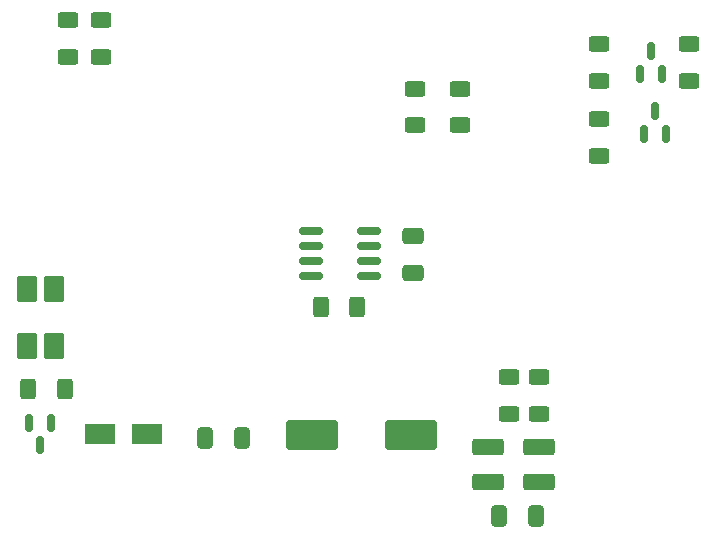
<source format=gtp>
G04 #@! TF.GenerationSoftware,KiCad,Pcbnew,6.0.11-2627ca5db0~126~ubuntu22.04.1*
G04 #@! TF.CreationDate,2024-01-25T08:43:18+01:00*
G04 #@! TF.ProjectId,lmwb_ds18b20,6c6d7762-5f64-4733-9138-6232302e6b69,rev?*
G04 #@! TF.SameCoordinates,Original*
G04 #@! TF.FileFunction,Paste,Top*
G04 #@! TF.FilePolarity,Positive*
%FSLAX46Y46*%
G04 Gerber Fmt 4.6, Leading zero omitted, Abs format (unit mm)*
G04 Created by KiCad (PCBNEW 6.0.11-2627ca5db0~126~ubuntu22.04.1) date 2024-01-25 08:43:18*
%MOMM*%
%LPD*%
G01*
G04 APERTURE LIST*
G04 Aperture macros list*
%AMRoundRect*
0 Rectangle with rounded corners*
0 $1 Rounding radius*
0 $2 $3 $4 $5 $6 $7 $8 $9 X,Y pos of 4 corners*
0 Add a 4 corners polygon primitive as box body*
4,1,4,$2,$3,$4,$5,$6,$7,$8,$9,$2,$3,0*
0 Add four circle primitives for the rounded corners*
1,1,$1+$1,$2,$3*
1,1,$1+$1,$4,$5*
1,1,$1+$1,$6,$7*
1,1,$1+$1,$8,$9*
0 Add four rect primitives between the rounded corners*
20,1,$1+$1,$2,$3,$4,$5,0*
20,1,$1+$1,$4,$5,$6,$7,0*
20,1,$1+$1,$6,$7,$8,$9,0*
20,1,$1+$1,$8,$9,$2,$3,0*%
G04 Aperture macros list end*
%ADD10RoundRect,0.250000X0.625000X-0.400000X0.625000X0.400000X-0.625000X0.400000X-0.625000X-0.400000X0*%
%ADD11RoundRect,0.250001X-1.074999X0.462499X-1.074999X-0.462499X1.074999X-0.462499X1.074999X0.462499X0*%
%ADD12RoundRect,0.250000X-0.625000X0.400000X-0.625000X-0.400000X0.625000X-0.400000X0.625000X0.400000X0*%
%ADD13RoundRect,0.150000X0.150000X-0.587500X0.150000X0.587500X-0.150000X0.587500X-0.150000X-0.587500X0*%
%ADD14R,2.500000X1.800000*%
%ADD15RoundRect,0.150000X0.825000X0.150000X-0.825000X0.150000X-0.825000X-0.150000X0.825000X-0.150000X0*%
%ADD16RoundRect,0.250000X-0.400000X-0.625000X0.400000X-0.625000X0.400000X0.625000X-0.400000X0.625000X0*%
%ADD17RoundRect,0.250000X0.650000X-0.412500X0.650000X0.412500X-0.650000X0.412500X-0.650000X-0.412500X0*%
%ADD18RoundRect,0.150000X-0.150000X0.587500X-0.150000X-0.587500X0.150000X-0.587500X0.150000X0.587500X0*%
%ADD19RoundRect,0.250000X0.412500X0.650000X-0.412500X0.650000X-0.412500X-0.650000X0.412500X-0.650000X0*%
%ADD20RoundRect,0.250000X-0.412500X-0.650000X0.412500X-0.650000X0.412500X0.650000X-0.412500X0.650000X0*%
%ADD21RoundRect,0.085500X0.769500X0.994500X-0.769500X0.994500X-0.769500X-0.994500X0.769500X-0.994500X0*%
%ADD22RoundRect,0.250000X0.400000X0.625000X-0.400000X0.625000X-0.400000X-0.625000X0.400000X-0.625000X0*%
%ADD23RoundRect,0.250000X-1.950000X-1.000000X1.950000X-1.000000X1.950000X1.000000X-1.950000X1.000000X0*%
G04 APERTURE END LIST*
D10*
X146050000Y-85624000D03*
X146050000Y-82524000D03*
D11*
X146050000Y-88428500D03*
X146050000Y-91403500D03*
D12*
X135560000Y-58090001D03*
X135560000Y-61190001D03*
D10*
X143510000Y-85624000D03*
X143510000Y-82524000D03*
X106172000Y-55398000D03*
X106172000Y-52298000D03*
D13*
X154605000Y-56817500D03*
X156505000Y-56817500D03*
X155555000Y-54942500D03*
D14*
X112890000Y-87300000D03*
X108890000Y-87300000D03*
D15*
X131685000Y-73965000D03*
X131685000Y-72695000D03*
X131685000Y-71425000D03*
X131685000Y-70155000D03*
X126735000Y-70155000D03*
X126735000Y-71425000D03*
X126735000Y-72695000D03*
X126735000Y-73965000D03*
D10*
X151130000Y-57430000D03*
X151130000Y-54330000D03*
D13*
X154930000Y-61897500D03*
X156830000Y-61897500D03*
X155880000Y-60022500D03*
D12*
X139370000Y-58090001D03*
X139370000Y-61190001D03*
D16*
X127609000Y-76581000D03*
X130709000Y-76581000D03*
D17*
X135382000Y-73698500D03*
X135382000Y-70573500D03*
D11*
X141732000Y-88428500D03*
X141732000Y-91403500D03*
D18*
X104760000Y-86362500D03*
X102860000Y-86362500D03*
X103810000Y-88237500D03*
D12*
X158750000Y-54330000D03*
X158750000Y-57430000D03*
D19*
X145834500Y-94234000D03*
X142709500Y-94234000D03*
D20*
X117817500Y-87630000D03*
X120942500Y-87630000D03*
D21*
X105031000Y-79890000D03*
X105031000Y-75050000D03*
X102741000Y-75050000D03*
X102741000Y-79890000D03*
D10*
X108966000Y-55398000D03*
X108966000Y-52298000D03*
D22*
X105940001Y-83490000D03*
X102840001Y-83490000D03*
D12*
X151130000Y-60680000D03*
X151130000Y-63780000D03*
D23*
X126864000Y-87376000D03*
X135264000Y-87376000D03*
M02*

</source>
